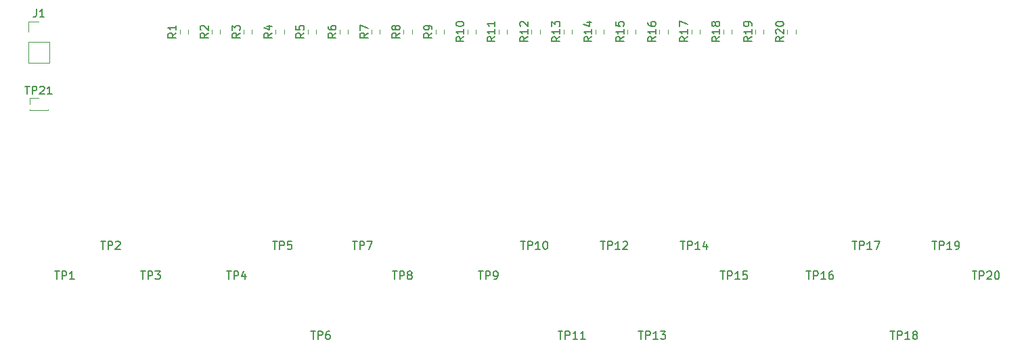
<source format=gbr>
%TF.GenerationSoftware,KiCad,Pcbnew,(6.0.10)*%
%TF.CreationDate,2023-01-16T00:42:17+03:00*%
%TF.ProjectId,stylo,7374796c-6f2e-46b6-9963-61645f706362,rev?*%
%TF.SameCoordinates,Original*%
%TF.FileFunction,Legend,Top*%
%TF.FilePolarity,Positive*%
%FSLAX46Y46*%
G04 Gerber Fmt 4.6, Leading zero omitted, Abs format (unit mm)*
G04 Created by KiCad (PCBNEW (6.0.10)) date 2023-01-16 00:42:17*
%MOMM*%
%LPD*%
G01*
G04 APERTURE LIST*
%ADD10C,0.150000*%
%ADD11C,0.120000*%
G04 APERTURE END LIST*
D10*
%TO.C,TP6*%
X127009154Y-116952380D02*
X127580582Y-116952380D01*
X127294868Y-117952380D02*
X127294868Y-116952380D01*
X127913916Y-117952380D02*
X127913916Y-116952380D01*
X128294868Y-116952380D01*
X128390106Y-117000000D01*
X128437725Y-117047619D01*
X128485344Y-117142857D01*
X128485344Y-117285714D01*
X128437725Y-117380952D01*
X128390106Y-117428571D01*
X128294868Y-117476190D01*
X127913916Y-117476190D01*
X129342487Y-116952380D02*
X129152011Y-116952380D01*
X129056773Y-117000000D01*
X129009154Y-117047619D01*
X128913916Y-117190476D01*
X128866297Y-117380952D01*
X128866297Y-117761904D01*
X128913916Y-117857142D01*
X128961535Y-117904761D01*
X129056773Y-117952380D01*
X129247249Y-117952380D01*
X129342487Y-117904761D01*
X129390106Y-117857142D01*
X129437725Y-117761904D01*
X129437725Y-117523809D01*
X129390106Y-117428571D01*
X129342487Y-117380952D01*
X129247249Y-117333333D01*
X129056773Y-117333333D01*
X128961535Y-117380952D01*
X128913916Y-117428571D01*
X128866297Y-117523809D01*
%TO.C,TP1*%
X94988095Y-109452380D02*
X95559523Y-109452380D01*
X95273809Y-110452380D02*
X95273809Y-109452380D01*
X95892857Y-110452380D02*
X95892857Y-109452380D01*
X96273809Y-109452380D01*
X96369047Y-109500000D01*
X96416666Y-109547619D01*
X96464285Y-109642857D01*
X96464285Y-109785714D01*
X96416666Y-109880952D01*
X96369047Y-109928571D01*
X96273809Y-109976190D01*
X95892857Y-109976190D01*
X97416666Y-110452380D02*
X96845238Y-110452380D01*
X97130952Y-110452380D02*
X97130952Y-109452380D01*
X97035714Y-109595238D01*
X96940476Y-109690476D01*
X96845238Y-109738095D01*
%TO.C,TP3*%
X105738095Y-109452380D02*
X106309523Y-109452380D01*
X106023809Y-110452380D02*
X106023809Y-109452380D01*
X106642857Y-110452380D02*
X106642857Y-109452380D01*
X107023809Y-109452380D01*
X107119047Y-109500000D01*
X107166666Y-109547619D01*
X107214285Y-109642857D01*
X107214285Y-109785714D01*
X107166666Y-109880952D01*
X107119047Y-109928571D01*
X107023809Y-109976190D01*
X106642857Y-109976190D01*
X107547619Y-109452380D02*
X108166666Y-109452380D01*
X107833333Y-109833333D01*
X107976190Y-109833333D01*
X108071428Y-109880952D01*
X108119047Y-109928571D01*
X108166666Y-110023809D01*
X108166666Y-110261904D01*
X108119047Y-110357142D01*
X108071428Y-110404761D01*
X107976190Y-110452380D01*
X107690476Y-110452380D01*
X107595238Y-110404761D01*
X107547619Y-110357142D01*
%TO.C,TP4*%
X116488095Y-109452380D02*
X117059523Y-109452380D01*
X116773809Y-110452380D02*
X116773809Y-109452380D01*
X117392857Y-110452380D02*
X117392857Y-109452380D01*
X117773809Y-109452380D01*
X117869047Y-109500000D01*
X117916666Y-109547619D01*
X117964285Y-109642857D01*
X117964285Y-109785714D01*
X117916666Y-109880952D01*
X117869047Y-109928571D01*
X117773809Y-109976190D01*
X117392857Y-109976190D01*
X118821428Y-109785714D02*
X118821428Y-110452380D01*
X118583333Y-109404761D02*
X118345238Y-110119047D01*
X118964285Y-110119047D01*
%TO.C,TP7*%
X132238095Y-105702380D02*
X132809523Y-105702380D01*
X132523809Y-106702380D02*
X132523809Y-105702380D01*
X133142857Y-106702380D02*
X133142857Y-105702380D01*
X133523809Y-105702380D01*
X133619047Y-105750000D01*
X133666666Y-105797619D01*
X133714285Y-105892857D01*
X133714285Y-106035714D01*
X133666666Y-106130952D01*
X133619047Y-106178571D01*
X133523809Y-106226190D01*
X133142857Y-106226190D01*
X134047619Y-105702380D02*
X134714285Y-105702380D01*
X134285714Y-106702380D01*
%TO.C,TP18*%
X199511904Y-116952380D02*
X200083333Y-116952380D01*
X199797619Y-117952380D02*
X199797619Y-116952380D01*
X200416666Y-117952380D02*
X200416666Y-116952380D01*
X200797619Y-116952380D01*
X200892857Y-117000000D01*
X200940476Y-117047619D01*
X200988095Y-117142857D01*
X200988095Y-117285714D01*
X200940476Y-117380952D01*
X200892857Y-117428571D01*
X200797619Y-117476190D01*
X200416666Y-117476190D01*
X201940476Y-117952380D02*
X201369047Y-117952380D01*
X201654761Y-117952380D02*
X201654761Y-116952380D01*
X201559523Y-117095238D01*
X201464285Y-117190476D01*
X201369047Y-117238095D01*
X202511904Y-117380952D02*
X202416666Y-117333333D01*
X202369047Y-117285714D01*
X202321428Y-117190476D01*
X202321428Y-117142857D01*
X202369047Y-117047619D01*
X202416666Y-117000000D01*
X202511904Y-116952380D01*
X202702380Y-116952380D01*
X202797619Y-117000000D01*
X202845238Y-117047619D01*
X202892857Y-117142857D01*
X202892857Y-117190476D01*
X202845238Y-117285714D01*
X202797619Y-117333333D01*
X202702380Y-117380952D01*
X202511904Y-117380952D01*
X202416666Y-117428571D01*
X202369047Y-117476190D01*
X202321428Y-117571428D01*
X202321428Y-117761904D01*
X202369047Y-117857142D01*
X202416666Y-117904761D01*
X202511904Y-117952380D01*
X202702380Y-117952380D01*
X202797619Y-117904761D01*
X202845238Y-117857142D01*
X202892857Y-117761904D01*
X202892857Y-117571428D01*
X202845238Y-117476190D01*
X202797619Y-117428571D01*
X202702380Y-117380952D01*
%TO.C,TP13*%
X168011904Y-116952380D02*
X168583333Y-116952380D01*
X168297619Y-117952380D02*
X168297619Y-116952380D01*
X168916666Y-117952380D02*
X168916666Y-116952380D01*
X169297619Y-116952380D01*
X169392857Y-117000000D01*
X169440476Y-117047619D01*
X169488095Y-117142857D01*
X169488095Y-117285714D01*
X169440476Y-117380952D01*
X169392857Y-117428571D01*
X169297619Y-117476190D01*
X168916666Y-117476190D01*
X170440476Y-117952380D02*
X169869047Y-117952380D01*
X170154761Y-117952380D02*
X170154761Y-116952380D01*
X170059523Y-117095238D01*
X169964285Y-117190476D01*
X169869047Y-117238095D01*
X170773809Y-116952380D02*
X171392857Y-116952380D01*
X171059523Y-117333333D01*
X171202380Y-117333333D01*
X171297619Y-117380952D01*
X171345238Y-117428571D01*
X171392857Y-117523809D01*
X171392857Y-117761904D01*
X171345238Y-117857142D01*
X171297619Y-117904761D01*
X171202380Y-117952380D01*
X170916666Y-117952380D01*
X170821428Y-117904761D01*
X170773809Y-117857142D01*
%TO.C,TP11*%
X157959368Y-116948800D02*
X158530797Y-116948800D01*
X158245083Y-117948800D02*
X158245083Y-116948800D01*
X158864130Y-117948800D02*
X158864130Y-116948800D01*
X159245083Y-116948800D01*
X159340321Y-116996420D01*
X159387940Y-117044039D01*
X159435559Y-117139277D01*
X159435559Y-117282134D01*
X159387940Y-117377372D01*
X159340321Y-117424991D01*
X159245083Y-117472610D01*
X158864130Y-117472610D01*
X160387940Y-117948800D02*
X159816511Y-117948800D01*
X160102225Y-117948800D02*
X160102225Y-116948800D01*
X160006987Y-117091658D01*
X159911749Y-117186896D01*
X159816511Y-117234515D01*
X161340321Y-117948800D02*
X160768892Y-117948800D01*
X161054606Y-117948800D02*
X161054606Y-116948800D01*
X160959368Y-117091658D01*
X160864130Y-117186896D01*
X160768892Y-117234515D01*
%TO.C,TP20*%
X209761904Y-109452380D02*
X210333333Y-109452380D01*
X210047619Y-110452380D02*
X210047619Y-109452380D01*
X210666666Y-110452380D02*
X210666666Y-109452380D01*
X211047619Y-109452380D01*
X211142857Y-109500000D01*
X211190476Y-109547619D01*
X211238095Y-109642857D01*
X211238095Y-109785714D01*
X211190476Y-109880952D01*
X211142857Y-109928571D01*
X211047619Y-109976190D01*
X210666666Y-109976190D01*
X211619047Y-109547619D02*
X211666666Y-109500000D01*
X211761904Y-109452380D01*
X212000000Y-109452380D01*
X212095238Y-109500000D01*
X212142857Y-109547619D01*
X212190476Y-109642857D01*
X212190476Y-109738095D01*
X212142857Y-109880952D01*
X211571428Y-110452380D01*
X212190476Y-110452380D01*
X212809523Y-109452380D02*
X212904761Y-109452380D01*
X213000000Y-109500000D01*
X213047619Y-109547619D01*
X213095238Y-109642857D01*
X213142857Y-109833333D01*
X213142857Y-110071428D01*
X213095238Y-110261904D01*
X213047619Y-110357142D01*
X213000000Y-110404761D01*
X212904761Y-110452380D01*
X212809523Y-110452380D01*
X212714285Y-110404761D01*
X212666666Y-110357142D01*
X212619047Y-110261904D01*
X212571428Y-110071428D01*
X212571428Y-109833333D01*
X212619047Y-109642857D01*
X212666666Y-109547619D01*
X212714285Y-109500000D01*
X212809523Y-109452380D01*
%TO.C,TP15*%
X178261904Y-109452380D02*
X178833333Y-109452380D01*
X178547619Y-110452380D02*
X178547619Y-109452380D01*
X179166666Y-110452380D02*
X179166666Y-109452380D01*
X179547619Y-109452380D01*
X179642857Y-109500000D01*
X179690476Y-109547619D01*
X179738095Y-109642857D01*
X179738095Y-109785714D01*
X179690476Y-109880952D01*
X179642857Y-109928571D01*
X179547619Y-109976190D01*
X179166666Y-109976190D01*
X180690476Y-110452380D02*
X180119047Y-110452380D01*
X180404761Y-110452380D02*
X180404761Y-109452380D01*
X180309523Y-109595238D01*
X180214285Y-109690476D01*
X180119047Y-109738095D01*
X181595238Y-109452380D02*
X181119047Y-109452380D01*
X181071428Y-109928571D01*
X181119047Y-109880952D01*
X181214285Y-109833333D01*
X181452380Y-109833333D01*
X181547619Y-109880952D01*
X181595238Y-109928571D01*
X181642857Y-110023809D01*
X181642857Y-110261904D01*
X181595238Y-110357142D01*
X181547619Y-110404761D01*
X181452380Y-110452380D01*
X181214285Y-110452380D01*
X181119047Y-110404761D01*
X181071428Y-110357142D01*
%TO.C,TP8*%
X137238095Y-109452380D02*
X137809523Y-109452380D01*
X137523809Y-110452380D02*
X137523809Y-109452380D01*
X138142857Y-110452380D02*
X138142857Y-109452380D01*
X138523809Y-109452380D01*
X138619047Y-109500000D01*
X138666666Y-109547619D01*
X138714285Y-109642857D01*
X138714285Y-109785714D01*
X138666666Y-109880952D01*
X138619047Y-109928571D01*
X138523809Y-109976190D01*
X138142857Y-109976190D01*
X139285714Y-109880952D02*
X139190476Y-109833333D01*
X139142857Y-109785714D01*
X139095238Y-109690476D01*
X139095238Y-109642857D01*
X139142857Y-109547619D01*
X139190476Y-109500000D01*
X139285714Y-109452380D01*
X139476190Y-109452380D01*
X139571428Y-109500000D01*
X139619047Y-109547619D01*
X139666666Y-109642857D01*
X139666666Y-109690476D01*
X139619047Y-109785714D01*
X139571428Y-109833333D01*
X139476190Y-109880952D01*
X139285714Y-109880952D01*
X139190476Y-109928571D01*
X139142857Y-109976190D01*
X139095238Y-110071428D01*
X139095238Y-110261904D01*
X139142857Y-110357142D01*
X139190476Y-110404761D01*
X139285714Y-110452380D01*
X139476190Y-110452380D01*
X139571428Y-110404761D01*
X139619047Y-110357142D01*
X139666666Y-110261904D01*
X139666666Y-110071428D01*
X139619047Y-109976190D01*
X139571428Y-109928571D01*
X139476190Y-109880952D01*
%TO.C,TP19*%
X204761904Y-105702380D02*
X205333333Y-105702380D01*
X205047619Y-106702380D02*
X205047619Y-105702380D01*
X205666666Y-106702380D02*
X205666666Y-105702380D01*
X206047619Y-105702380D01*
X206142857Y-105750000D01*
X206190476Y-105797619D01*
X206238095Y-105892857D01*
X206238095Y-106035714D01*
X206190476Y-106130952D01*
X206142857Y-106178571D01*
X206047619Y-106226190D01*
X205666666Y-106226190D01*
X207190476Y-106702380D02*
X206619047Y-106702380D01*
X206904761Y-106702380D02*
X206904761Y-105702380D01*
X206809523Y-105845238D01*
X206714285Y-105940476D01*
X206619047Y-105988095D01*
X207666666Y-106702380D02*
X207857142Y-106702380D01*
X207952380Y-106654761D01*
X208000000Y-106607142D01*
X208095238Y-106464285D01*
X208142857Y-106273809D01*
X208142857Y-105892857D01*
X208095238Y-105797619D01*
X208047619Y-105750000D01*
X207952380Y-105702380D01*
X207761904Y-105702380D01*
X207666666Y-105750000D01*
X207619047Y-105797619D01*
X207571428Y-105892857D01*
X207571428Y-106130952D01*
X207619047Y-106226190D01*
X207666666Y-106273809D01*
X207761904Y-106321428D01*
X207952380Y-106321428D01*
X208047619Y-106273809D01*
X208095238Y-106226190D01*
X208142857Y-106130952D01*
%TO.C,TP17*%
X194761904Y-105702380D02*
X195333333Y-105702380D01*
X195047619Y-106702380D02*
X195047619Y-105702380D01*
X195666666Y-106702380D02*
X195666666Y-105702380D01*
X196047619Y-105702380D01*
X196142857Y-105750000D01*
X196190476Y-105797619D01*
X196238095Y-105892857D01*
X196238095Y-106035714D01*
X196190476Y-106130952D01*
X196142857Y-106178571D01*
X196047619Y-106226190D01*
X195666666Y-106226190D01*
X197190476Y-106702380D02*
X196619047Y-106702380D01*
X196904761Y-106702380D02*
X196904761Y-105702380D01*
X196809523Y-105845238D01*
X196714285Y-105940476D01*
X196619047Y-105988095D01*
X197523809Y-105702380D02*
X198190476Y-105702380D01*
X197761904Y-106702380D01*
%TO.C,TP14*%
X173261904Y-105702380D02*
X173833333Y-105702380D01*
X173547619Y-106702380D02*
X173547619Y-105702380D01*
X174166666Y-106702380D02*
X174166666Y-105702380D01*
X174547619Y-105702380D01*
X174642857Y-105750000D01*
X174690476Y-105797619D01*
X174738095Y-105892857D01*
X174738095Y-106035714D01*
X174690476Y-106130952D01*
X174642857Y-106178571D01*
X174547619Y-106226190D01*
X174166666Y-106226190D01*
X175690476Y-106702380D02*
X175119047Y-106702380D01*
X175404761Y-106702380D02*
X175404761Y-105702380D01*
X175309523Y-105845238D01*
X175214285Y-105940476D01*
X175119047Y-105988095D01*
X176547619Y-106035714D02*
X176547619Y-106702380D01*
X176309523Y-105654761D02*
X176071428Y-106369047D01*
X176690476Y-106369047D01*
%TO.C,TP12*%
X163261904Y-105702380D02*
X163833333Y-105702380D01*
X163547619Y-106702380D02*
X163547619Y-105702380D01*
X164166666Y-106702380D02*
X164166666Y-105702380D01*
X164547619Y-105702380D01*
X164642857Y-105750000D01*
X164690476Y-105797619D01*
X164738095Y-105892857D01*
X164738095Y-106035714D01*
X164690476Y-106130952D01*
X164642857Y-106178571D01*
X164547619Y-106226190D01*
X164166666Y-106226190D01*
X165690476Y-106702380D02*
X165119047Y-106702380D01*
X165404761Y-106702380D02*
X165404761Y-105702380D01*
X165309523Y-105845238D01*
X165214285Y-105940476D01*
X165119047Y-105988095D01*
X166071428Y-105797619D02*
X166119047Y-105750000D01*
X166214285Y-105702380D01*
X166452380Y-105702380D01*
X166547619Y-105750000D01*
X166595238Y-105797619D01*
X166642857Y-105892857D01*
X166642857Y-105988095D01*
X166595238Y-106130952D01*
X166023809Y-106702380D01*
X166642857Y-106702380D01*
%TO.C,TP10*%
X153261904Y-105702380D02*
X153833333Y-105702380D01*
X153547619Y-106702380D02*
X153547619Y-105702380D01*
X154166666Y-106702380D02*
X154166666Y-105702380D01*
X154547619Y-105702380D01*
X154642857Y-105750000D01*
X154690476Y-105797619D01*
X154738095Y-105892857D01*
X154738095Y-106035714D01*
X154690476Y-106130952D01*
X154642857Y-106178571D01*
X154547619Y-106226190D01*
X154166666Y-106226190D01*
X155690476Y-106702380D02*
X155119047Y-106702380D01*
X155404761Y-106702380D02*
X155404761Y-105702380D01*
X155309523Y-105845238D01*
X155214285Y-105940476D01*
X155119047Y-105988095D01*
X156309523Y-105702380D02*
X156404761Y-105702380D01*
X156500000Y-105750000D01*
X156547619Y-105797619D01*
X156595238Y-105892857D01*
X156642857Y-106083333D01*
X156642857Y-106321428D01*
X156595238Y-106511904D01*
X156547619Y-106607142D01*
X156500000Y-106654761D01*
X156404761Y-106702380D01*
X156309523Y-106702380D01*
X156214285Y-106654761D01*
X156166666Y-106607142D01*
X156119047Y-106511904D01*
X156071428Y-106321428D01*
X156071428Y-106083333D01*
X156119047Y-105892857D01*
X156166666Y-105797619D01*
X156214285Y-105750000D01*
X156309523Y-105702380D01*
%TO.C,TP5*%
X122238095Y-105702380D02*
X122809523Y-105702380D01*
X122523809Y-106702380D02*
X122523809Y-105702380D01*
X123142857Y-106702380D02*
X123142857Y-105702380D01*
X123523809Y-105702380D01*
X123619047Y-105750000D01*
X123666666Y-105797619D01*
X123714285Y-105892857D01*
X123714285Y-106035714D01*
X123666666Y-106130952D01*
X123619047Y-106178571D01*
X123523809Y-106226190D01*
X123142857Y-106226190D01*
X124619047Y-105702380D02*
X124142857Y-105702380D01*
X124095238Y-106178571D01*
X124142857Y-106130952D01*
X124238095Y-106083333D01*
X124476190Y-106083333D01*
X124571428Y-106130952D01*
X124619047Y-106178571D01*
X124666666Y-106273809D01*
X124666666Y-106511904D01*
X124619047Y-106607142D01*
X124571428Y-106654761D01*
X124476190Y-106702380D01*
X124238095Y-106702380D01*
X124142857Y-106654761D01*
X124095238Y-106607142D01*
%TO.C,TP2*%
X100738095Y-105702380D02*
X101309523Y-105702380D01*
X101023809Y-106702380D02*
X101023809Y-105702380D01*
X101642857Y-106702380D02*
X101642857Y-105702380D01*
X102023809Y-105702380D01*
X102119047Y-105750000D01*
X102166666Y-105797619D01*
X102214285Y-105892857D01*
X102214285Y-106035714D01*
X102166666Y-106130952D01*
X102119047Y-106178571D01*
X102023809Y-106226190D01*
X101642857Y-106226190D01*
X102595238Y-105797619D02*
X102642857Y-105750000D01*
X102738095Y-105702380D01*
X102976190Y-105702380D01*
X103071428Y-105750000D01*
X103119047Y-105797619D01*
X103166666Y-105892857D01*
X103166666Y-105988095D01*
X103119047Y-106130952D01*
X102547619Y-106702380D01*
X103166666Y-106702380D01*
%TO.C,TP16*%
X189011904Y-109452380D02*
X189583333Y-109452380D01*
X189297619Y-110452380D02*
X189297619Y-109452380D01*
X189916666Y-110452380D02*
X189916666Y-109452380D01*
X190297619Y-109452380D01*
X190392857Y-109500000D01*
X190440476Y-109547619D01*
X190488095Y-109642857D01*
X190488095Y-109785714D01*
X190440476Y-109880952D01*
X190392857Y-109928571D01*
X190297619Y-109976190D01*
X189916666Y-109976190D01*
X191440476Y-110452380D02*
X190869047Y-110452380D01*
X191154761Y-110452380D02*
X191154761Y-109452380D01*
X191059523Y-109595238D01*
X190964285Y-109690476D01*
X190869047Y-109738095D01*
X192297619Y-109452380D02*
X192107142Y-109452380D01*
X192011904Y-109500000D01*
X191964285Y-109547619D01*
X191869047Y-109690476D01*
X191821428Y-109880952D01*
X191821428Y-110261904D01*
X191869047Y-110357142D01*
X191916666Y-110404761D01*
X192011904Y-110452380D01*
X192202380Y-110452380D01*
X192297619Y-110404761D01*
X192345238Y-110357142D01*
X192392857Y-110261904D01*
X192392857Y-110023809D01*
X192345238Y-109928571D01*
X192297619Y-109880952D01*
X192202380Y-109833333D01*
X192011904Y-109833333D01*
X191916666Y-109880952D01*
X191869047Y-109928571D01*
X191821428Y-110023809D01*
%TO.C,TP9*%
X147988095Y-109452380D02*
X148559523Y-109452380D01*
X148273809Y-110452380D02*
X148273809Y-109452380D01*
X148892857Y-110452380D02*
X148892857Y-109452380D01*
X149273809Y-109452380D01*
X149369047Y-109500000D01*
X149416666Y-109547619D01*
X149464285Y-109642857D01*
X149464285Y-109785714D01*
X149416666Y-109880952D01*
X149369047Y-109928571D01*
X149273809Y-109976190D01*
X148892857Y-109976190D01*
X149940476Y-110452380D02*
X150130952Y-110452380D01*
X150226190Y-110404761D01*
X150273809Y-110357142D01*
X150369047Y-110214285D01*
X150416666Y-110023809D01*
X150416666Y-109642857D01*
X150369047Y-109547619D01*
X150321428Y-109500000D01*
X150226190Y-109452380D01*
X150035714Y-109452380D01*
X149940476Y-109500000D01*
X149892857Y-109547619D01*
X149845238Y-109642857D01*
X149845238Y-109880952D01*
X149892857Y-109976190D01*
X149940476Y-110023809D01*
X150035714Y-110071428D01*
X150226190Y-110071428D01*
X150321428Y-110023809D01*
X150369047Y-109976190D01*
X150416666Y-109880952D01*
%TO.C,TP21*%
X91261904Y-86257380D02*
X91833333Y-86257380D01*
X91547619Y-87257380D02*
X91547619Y-86257380D01*
X92166666Y-87257380D02*
X92166666Y-86257380D01*
X92547619Y-86257380D01*
X92642857Y-86305000D01*
X92690476Y-86352619D01*
X92738095Y-86447857D01*
X92738095Y-86590714D01*
X92690476Y-86685952D01*
X92642857Y-86733571D01*
X92547619Y-86781190D01*
X92166666Y-86781190D01*
X93119047Y-86352619D02*
X93166666Y-86305000D01*
X93261904Y-86257380D01*
X93500000Y-86257380D01*
X93595238Y-86305000D01*
X93642857Y-86352619D01*
X93690476Y-86447857D01*
X93690476Y-86543095D01*
X93642857Y-86685952D01*
X93071428Y-87257380D01*
X93690476Y-87257380D01*
X94642857Y-87257380D02*
X94071428Y-87257380D01*
X94357142Y-87257380D02*
X94357142Y-86257380D01*
X94261904Y-86400238D01*
X94166666Y-86495476D01*
X94071428Y-86543095D01*
%TO.C,R20*%
X186172380Y-80067857D02*
X185696190Y-80401190D01*
X186172380Y-80639285D02*
X185172380Y-80639285D01*
X185172380Y-80258333D01*
X185220000Y-80163095D01*
X185267619Y-80115476D01*
X185362857Y-80067857D01*
X185505714Y-80067857D01*
X185600952Y-80115476D01*
X185648571Y-80163095D01*
X185696190Y-80258333D01*
X185696190Y-80639285D01*
X185267619Y-79686904D02*
X185220000Y-79639285D01*
X185172380Y-79544047D01*
X185172380Y-79305952D01*
X185220000Y-79210714D01*
X185267619Y-79163095D01*
X185362857Y-79115476D01*
X185458095Y-79115476D01*
X185600952Y-79163095D01*
X186172380Y-79734523D01*
X186172380Y-79115476D01*
X185172380Y-78496428D02*
X185172380Y-78401190D01*
X185220000Y-78305952D01*
X185267619Y-78258333D01*
X185362857Y-78210714D01*
X185553333Y-78163095D01*
X185791428Y-78163095D01*
X185981904Y-78210714D01*
X186077142Y-78258333D01*
X186124761Y-78305952D01*
X186172380Y-78401190D01*
X186172380Y-78496428D01*
X186124761Y-78591666D01*
X186077142Y-78639285D01*
X185981904Y-78686904D01*
X185791428Y-78734523D01*
X185553333Y-78734523D01*
X185362857Y-78686904D01*
X185267619Y-78639285D01*
X185220000Y-78591666D01*
X185172380Y-78496428D01*
%TO.C,R19*%
X182172380Y-80067857D02*
X181696190Y-80401190D01*
X182172380Y-80639285D02*
X181172380Y-80639285D01*
X181172380Y-80258333D01*
X181220000Y-80163095D01*
X181267619Y-80115476D01*
X181362857Y-80067857D01*
X181505714Y-80067857D01*
X181600952Y-80115476D01*
X181648571Y-80163095D01*
X181696190Y-80258333D01*
X181696190Y-80639285D01*
X182172380Y-79115476D02*
X182172380Y-79686904D01*
X182172380Y-79401190D02*
X181172380Y-79401190D01*
X181315238Y-79496428D01*
X181410476Y-79591666D01*
X181458095Y-79686904D01*
X182172380Y-78639285D02*
X182172380Y-78448809D01*
X182124761Y-78353571D01*
X182077142Y-78305952D01*
X181934285Y-78210714D01*
X181743809Y-78163095D01*
X181362857Y-78163095D01*
X181267619Y-78210714D01*
X181220000Y-78258333D01*
X181172380Y-78353571D01*
X181172380Y-78544047D01*
X181220000Y-78639285D01*
X181267619Y-78686904D01*
X181362857Y-78734523D01*
X181600952Y-78734523D01*
X181696190Y-78686904D01*
X181743809Y-78639285D01*
X181791428Y-78544047D01*
X181791428Y-78353571D01*
X181743809Y-78258333D01*
X181696190Y-78210714D01*
X181600952Y-78163095D01*
%TO.C,R18*%
X178172380Y-80067857D02*
X177696190Y-80401190D01*
X178172380Y-80639285D02*
X177172380Y-80639285D01*
X177172380Y-80258333D01*
X177220000Y-80163095D01*
X177267619Y-80115476D01*
X177362857Y-80067857D01*
X177505714Y-80067857D01*
X177600952Y-80115476D01*
X177648571Y-80163095D01*
X177696190Y-80258333D01*
X177696190Y-80639285D01*
X178172380Y-79115476D02*
X178172380Y-79686904D01*
X178172380Y-79401190D02*
X177172380Y-79401190D01*
X177315238Y-79496428D01*
X177410476Y-79591666D01*
X177458095Y-79686904D01*
X177600952Y-78544047D02*
X177553333Y-78639285D01*
X177505714Y-78686904D01*
X177410476Y-78734523D01*
X177362857Y-78734523D01*
X177267619Y-78686904D01*
X177220000Y-78639285D01*
X177172380Y-78544047D01*
X177172380Y-78353571D01*
X177220000Y-78258333D01*
X177267619Y-78210714D01*
X177362857Y-78163095D01*
X177410476Y-78163095D01*
X177505714Y-78210714D01*
X177553333Y-78258333D01*
X177600952Y-78353571D01*
X177600952Y-78544047D01*
X177648571Y-78639285D01*
X177696190Y-78686904D01*
X177791428Y-78734523D01*
X177981904Y-78734523D01*
X178077142Y-78686904D01*
X178124761Y-78639285D01*
X178172380Y-78544047D01*
X178172380Y-78353571D01*
X178124761Y-78258333D01*
X178077142Y-78210714D01*
X177981904Y-78163095D01*
X177791428Y-78163095D01*
X177696190Y-78210714D01*
X177648571Y-78258333D01*
X177600952Y-78353571D01*
%TO.C,R17*%
X174172380Y-80067857D02*
X173696190Y-80401190D01*
X174172380Y-80639285D02*
X173172380Y-80639285D01*
X173172380Y-80258333D01*
X173220000Y-80163095D01*
X173267619Y-80115476D01*
X173362857Y-80067857D01*
X173505714Y-80067857D01*
X173600952Y-80115476D01*
X173648571Y-80163095D01*
X173696190Y-80258333D01*
X173696190Y-80639285D01*
X174172380Y-79115476D02*
X174172380Y-79686904D01*
X174172380Y-79401190D02*
X173172380Y-79401190D01*
X173315238Y-79496428D01*
X173410476Y-79591666D01*
X173458095Y-79686904D01*
X173172380Y-78782142D02*
X173172380Y-78115476D01*
X174172380Y-78544047D01*
%TO.C,R16*%
X170172380Y-80067857D02*
X169696190Y-80401190D01*
X170172380Y-80639285D02*
X169172380Y-80639285D01*
X169172380Y-80258333D01*
X169220000Y-80163095D01*
X169267619Y-80115476D01*
X169362857Y-80067857D01*
X169505714Y-80067857D01*
X169600952Y-80115476D01*
X169648571Y-80163095D01*
X169696190Y-80258333D01*
X169696190Y-80639285D01*
X170172380Y-79115476D02*
X170172380Y-79686904D01*
X170172380Y-79401190D02*
X169172380Y-79401190D01*
X169315238Y-79496428D01*
X169410476Y-79591666D01*
X169458095Y-79686904D01*
X169172380Y-78258333D02*
X169172380Y-78448809D01*
X169220000Y-78544047D01*
X169267619Y-78591666D01*
X169410476Y-78686904D01*
X169600952Y-78734523D01*
X169981904Y-78734523D01*
X170077142Y-78686904D01*
X170124761Y-78639285D01*
X170172380Y-78544047D01*
X170172380Y-78353571D01*
X170124761Y-78258333D01*
X170077142Y-78210714D01*
X169981904Y-78163095D01*
X169743809Y-78163095D01*
X169648571Y-78210714D01*
X169600952Y-78258333D01*
X169553333Y-78353571D01*
X169553333Y-78544047D01*
X169600952Y-78639285D01*
X169648571Y-78686904D01*
X169743809Y-78734523D01*
%TO.C,R15*%
X166172380Y-80067857D02*
X165696190Y-80401190D01*
X166172380Y-80639285D02*
X165172380Y-80639285D01*
X165172380Y-80258333D01*
X165220000Y-80163095D01*
X165267619Y-80115476D01*
X165362857Y-80067857D01*
X165505714Y-80067857D01*
X165600952Y-80115476D01*
X165648571Y-80163095D01*
X165696190Y-80258333D01*
X165696190Y-80639285D01*
X166172380Y-79115476D02*
X166172380Y-79686904D01*
X166172380Y-79401190D02*
X165172380Y-79401190D01*
X165315238Y-79496428D01*
X165410476Y-79591666D01*
X165458095Y-79686904D01*
X165172380Y-78210714D02*
X165172380Y-78686904D01*
X165648571Y-78734523D01*
X165600952Y-78686904D01*
X165553333Y-78591666D01*
X165553333Y-78353571D01*
X165600952Y-78258333D01*
X165648571Y-78210714D01*
X165743809Y-78163095D01*
X165981904Y-78163095D01*
X166077142Y-78210714D01*
X166124761Y-78258333D01*
X166172380Y-78353571D01*
X166172380Y-78591666D01*
X166124761Y-78686904D01*
X166077142Y-78734523D01*
%TO.C,R14*%
X162172380Y-80067857D02*
X161696190Y-80401190D01*
X162172380Y-80639285D02*
X161172380Y-80639285D01*
X161172380Y-80258333D01*
X161220000Y-80163095D01*
X161267619Y-80115476D01*
X161362857Y-80067857D01*
X161505714Y-80067857D01*
X161600952Y-80115476D01*
X161648571Y-80163095D01*
X161696190Y-80258333D01*
X161696190Y-80639285D01*
X162172380Y-79115476D02*
X162172380Y-79686904D01*
X162172380Y-79401190D02*
X161172380Y-79401190D01*
X161315238Y-79496428D01*
X161410476Y-79591666D01*
X161458095Y-79686904D01*
X161505714Y-78258333D02*
X162172380Y-78258333D01*
X161124761Y-78496428D02*
X161839047Y-78734523D01*
X161839047Y-78115476D01*
%TO.C,R13*%
X158172380Y-80067857D02*
X157696190Y-80401190D01*
X158172380Y-80639285D02*
X157172380Y-80639285D01*
X157172380Y-80258333D01*
X157220000Y-80163095D01*
X157267619Y-80115476D01*
X157362857Y-80067857D01*
X157505714Y-80067857D01*
X157600952Y-80115476D01*
X157648571Y-80163095D01*
X157696190Y-80258333D01*
X157696190Y-80639285D01*
X158172380Y-79115476D02*
X158172380Y-79686904D01*
X158172380Y-79401190D02*
X157172380Y-79401190D01*
X157315238Y-79496428D01*
X157410476Y-79591666D01*
X157458095Y-79686904D01*
X157172380Y-78782142D02*
X157172380Y-78163095D01*
X157553333Y-78496428D01*
X157553333Y-78353571D01*
X157600952Y-78258333D01*
X157648571Y-78210714D01*
X157743809Y-78163095D01*
X157981904Y-78163095D01*
X158077142Y-78210714D01*
X158124761Y-78258333D01*
X158172380Y-78353571D01*
X158172380Y-78639285D01*
X158124761Y-78734523D01*
X158077142Y-78782142D01*
%TO.C,R12*%
X154172380Y-80067857D02*
X153696190Y-80401190D01*
X154172380Y-80639285D02*
X153172380Y-80639285D01*
X153172380Y-80258333D01*
X153220000Y-80163095D01*
X153267619Y-80115476D01*
X153362857Y-80067857D01*
X153505714Y-80067857D01*
X153600952Y-80115476D01*
X153648571Y-80163095D01*
X153696190Y-80258333D01*
X153696190Y-80639285D01*
X154172380Y-79115476D02*
X154172380Y-79686904D01*
X154172380Y-79401190D02*
X153172380Y-79401190D01*
X153315238Y-79496428D01*
X153410476Y-79591666D01*
X153458095Y-79686904D01*
X153267619Y-78734523D02*
X153220000Y-78686904D01*
X153172380Y-78591666D01*
X153172380Y-78353571D01*
X153220000Y-78258333D01*
X153267619Y-78210714D01*
X153362857Y-78163095D01*
X153458095Y-78163095D01*
X153600952Y-78210714D01*
X154172380Y-78782142D01*
X154172380Y-78163095D01*
%TO.C,R11*%
X150062380Y-80067857D02*
X149586190Y-80401190D01*
X150062380Y-80639285D02*
X149062380Y-80639285D01*
X149062380Y-80258333D01*
X149110000Y-80163095D01*
X149157619Y-80115476D01*
X149252857Y-80067857D01*
X149395714Y-80067857D01*
X149490952Y-80115476D01*
X149538571Y-80163095D01*
X149586190Y-80258333D01*
X149586190Y-80639285D01*
X150062380Y-79115476D02*
X150062380Y-79686904D01*
X150062380Y-79401190D02*
X149062380Y-79401190D01*
X149205238Y-79496428D01*
X149300476Y-79591666D01*
X149348095Y-79686904D01*
X150062380Y-78163095D02*
X150062380Y-78734523D01*
X150062380Y-78448809D02*
X149062380Y-78448809D01*
X149205238Y-78544047D01*
X149300476Y-78639285D01*
X149348095Y-78734523D01*
%TO.C,R10*%
X146172380Y-80067857D02*
X145696190Y-80401190D01*
X146172380Y-80639285D02*
X145172380Y-80639285D01*
X145172380Y-80258333D01*
X145220000Y-80163095D01*
X145267619Y-80115476D01*
X145362857Y-80067857D01*
X145505714Y-80067857D01*
X145600952Y-80115476D01*
X145648571Y-80163095D01*
X145696190Y-80258333D01*
X145696190Y-80639285D01*
X146172380Y-79115476D02*
X146172380Y-79686904D01*
X146172380Y-79401190D02*
X145172380Y-79401190D01*
X145315238Y-79496428D01*
X145410476Y-79591666D01*
X145458095Y-79686904D01*
X145172380Y-78496428D02*
X145172380Y-78401190D01*
X145220000Y-78305952D01*
X145267619Y-78258333D01*
X145362857Y-78210714D01*
X145553333Y-78163095D01*
X145791428Y-78163095D01*
X145981904Y-78210714D01*
X146077142Y-78258333D01*
X146124761Y-78305952D01*
X146172380Y-78401190D01*
X146172380Y-78496428D01*
X146124761Y-78591666D01*
X146077142Y-78639285D01*
X145981904Y-78686904D01*
X145791428Y-78734523D01*
X145553333Y-78734523D01*
X145362857Y-78686904D01*
X145267619Y-78639285D01*
X145220000Y-78591666D01*
X145172380Y-78496428D01*
%TO.C,R9*%
X142172380Y-79591666D02*
X141696190Y-79925000D01*
X142172380Y-80163095D02*
X141172380Y-80163095D01*
X141172380Y-79782142D01*
X141220000Y-79686904D01*
X141267619Y-79639285D01*
X141362857Y-79591666D01*
X141505714Y-79591666D01*
X141600952Y-79639285D01*
X141648571Y-79686904D01*
X141696190Y-79782142D01*
X141696190Y-80163095D01*
X142172380Y-79115476D02*
X142172380Y-78925000D01*
X142124761Y-78829761D01*
X142077142Y-78782142D01*
X141934285Y-78686904D01*
X141743809Y-78639285D01*
X141362857Y-78639285D01*
X141267619Y-78686904D01*
X141220000Y-78734523D01*
X141172380Y-78829761D01*
X141172380Y-79020238D01*
X141220000Y-79115476D01*
X141267619Y-79163095D01*
X141362857Y-79210714D01*
X141600952Y-79210714D01*
X141696190Y-79163095D01*
X141743809Y-79115476D01*
X141791428Y-79020238D01*
X141791428Y-78829761D01*
X141743809Y-78734523D01*
X141696190Y-78686904D01*
X141600952Y-78639285D01*
%TO.C,R8*%
X138172380Y-79591666D02*
X137696190Y-79925000D01*
X138172380Y-80163095D02*
X137172380Y-80163095D01*
X137172380Y-79782142D01*
X137220000Y-79686904D01*
X137267619Y-79639285D01*
X137362857Y-79591666D01*
X137505714Y-79591666D01*
X137600952Y-79639285D01*
X137648571Y-79686904D01*
X137696190Y-79782142D01*
X137696190Y-80163095D01*
X137600952Y-79020238D02*
X137553333Y-79115476D01*
X137505714Y-79163095D01*
X137410476Y-79210714D01*
X137362857Y-79210714D01*
X137267619Y-79163095D01*
X137220000Y-79115476D01*
X137172380Y-79020238D01*
X137172380Y-78829761D01*
X137220000Y-78734523D01*
X137267619Y-78686904D01*
X137362857Y-78639285D01*
X137410476Y-78639285D01*
X137505714Y-78686904D01*
X137553333Y-78734523D01*
X137600952Y-78829761D01*
X137600952Y-79020238D01*
X137648571Y-79115476D01*
X137696190Y-79163095D01*
X137791428Y-79210714D01*
X137981904Y-79210714D01*
X138077142Y-79163095D01*
X138124761Y-79115476D01*
X138172380Y-79020238D01*
X138172380Y-78829761D01*
X138124761Y-78734523D01*
X138077142Y-78686904D01*
X137981904Y-78639285D01*
X137791428Y-78639285D01*
X137696190Y-78686904D01*
X137648571Y-78734523D01*
X137600952Y-78829761D01*
%TO.C,R7*%
X134172380Y-79591666D02*
X133696190Y-79925000D01*
X134172380Y-80163095D02*
X133172380Y-80163095D01*
X133172380Y-79782142D01*
X133220000Y-79686904D01*
X133267619Y-79639285D01*
X133362857Y-79591666D01*
X133505714Y-79591666D01*
X133600952Y-79639285D01*
X133648571Y-79686904D01*
X133696190Y-79782142D01*
X133696190Y-80163095D01*
X133172380Y-79258333D02*
X133172380Y-78591666D01*
X134172380Y-79020238D01*
%TO.C,R6*%
X130172380Y-79591666D02*
X129696190Y-79925000D01*
X130172380Y-80163095D02*
X129172380Y-80163095D01*
X129172380Y-79782142D01*
X129220000Y-79686904D01*
X129267619Y-79639285D01*
X129362857Y-79591666D01*
X129505714Y-79591666D01*
X129600952Y-79639285D01*
X129648571Y-79686904D01*
X129696190Y-79782142D01*
X129696190Y-80163095D01*
X129172380Y-78734523D02*
X129172380Y-78925000D01*
X129220000Y-79020238D01*
X129267619Y-79067857D01*
X129410476Y-79163095D01*
X129600952Y-79210714D01*
X129981904Y-79210714D01*
X130077142Y-79163095D01*
X130124761Y-79115476D01*
X130172380Y-79020238D01*
X130172380Y-78829761D01*
X130124761Y-78734523D01*
X130077142Y-78686904D01*
X129981904Y-78639285D01*
X129743809Y-78639285D01*
X129648571Y-78686904D01*
X129600952Y-78734523D01*
X129553333Y-78829761D01*
X129553333Y-79020238D01*
X129600952Y-79115476D01*
X129648571Y-79163095D01*
X129743809Y-79210714D01*
%TO.C,R5*%
X126172380Y-79591666D02*
X125696190Y-79925000D01*
X126172380Y-80163095D02*
X125172380Y-80163095D01*
X125172380Y-79782142D01*
X125220000Y-79686904D01*
X125267619Y-79639285D01*
X125362857Y-79591666D01*
X125505714Y-79591666D01*
X125600952Y-79639285D01*
X125648571Y-79686904D01*
X125696190Y-79782142D01*
X125696190Y-80163095D01*
X125172380Y-78686904D02*
X125172380Y-79163095D01*
X125648571Y-79210714D01*
X125600952Y-79163095D01*
X125553333Y-79067857D01*
X125553333Y-78829761D01*
X125600952Y-78734523D01*
X125648571Y-78686904D01*
X125743809Y-78639285D01*
X125981904Y-78639285D01*
X126077142Y-78686904D01*
X126124761Y-78734523D01*
X126172380Y-78829761D01*
X126172380Y-79067857D01*
X126124761Y-79163095D01*
X126077142Y-79210714D01*
%TO.C,R4*%
X122172380Y-79591666D02*
X121696190Y-79925000D01*
X122172380Y-80163095D02*
X121172380Y-80163095D01*
X121172380Y-79782142D01*
X121220000Y-79686904D01*
X121267619Y-79639285D01*
X121362857Y-79591666D01*
X121505714Y-79591666D01*
X121600952Y-79639285D01*
X121648571Y-79686904D01*
X121696190Y-79782142D01*
X121696190Y-80163095D01*
X121505714Y-78734523D02*
X122172380Y-78734523D01*
X121124761Y-78972619D02*
X121839047Y-79210714D01*
X121839047Y-78591666D01*
%TO.C,R3*%
X118172380Y-79591666D02*
X117696190Y-79925000D01*
X118172380Y-80163095D02*
X117172380Y-80163095D01*
X117172380Y-79782142D01*
X117220000Y-79686904D01*
X117267619Y-79639285D01*
X117362857Y-79591666D01*
X117505714Y-79591666D01*
X117600952Y-79639285D01*
X117648571Y-79686904D01*
X117696190Y-79782142D01*
X117696190Y-80163095D01*
X117172380Y-79258333D02*
X117172380Y-78639285D01*
X117553333Y-78972619D01*
X117553333Y-78829761D01*
X117600952Y-78734523D01*
X117648571Y-78686904D01*
X117743809Y-78639285D01*
X117981904Y-78639285D01*
X118077142Y-78686904D01*
X118124761Y-78734523D01*
X118172380Y-78829761D01*
X118172380Y-79115476D01*
X118124761Y-79210714D01*
X118077142Y-79258333D01*
%TO.C,R2*%
X114172380Y-79591666D02*
X113696190Y-79925000D01*
X114172380Y-80163095D02*
X113172380Y-80163095D01*
X113172380Y-79782142D01*
X113220000Y-79686904D01*
X113267619Y-79639285D01*
X113362857Y-79591666D01*
X113505714Y-79591666D01*
X113600952Y-79639285D01*
X113648571Y-79686904D01*
X113696190Y-79782142D01*
X113696190Y-80163095D01*
X113267619Y-79210714D02*
X113220000Y-79163095D01*
X113172380Y-79067857D01*
X113172380Y-78829761D01*
X113220000Y-78734523D01*
X113267619Y-78686904D01*
X113362857Y-78639285D01*
X113458095Y-78639285D01*
X113600952Y-78686904D01*
X114172380Y-79258333D01*
X114172380Y-78639285D01*
%TO.C,R1*%
X110172380Y-79591666D02*
X109696190Y-79925000D01*
X110172380Y-80163095D02*
X109172380Y-80163095D01*
X109172380Y-79782142D01*
X109220000Y-79686904D01*
X109267619Y-79639285D01*
X109362857Y-79591666D01*
X109505714Y-79591666D01*
X109600952Y-79639285D01*
X109648571Y-79686904D01*
X109696190Y-79782142D01*
X109696190Y-80163095D01*
X110172380Y-78639285D02*
X110172380Y-79210714D01*
X110172380Y-78925000D02*
X109172380Y-78925000D01*
X109315238Y-79020238D01*
X109410476Y-79115476D01*
X109458095Y-79210714D01*
%TO.C,J1*%
X92666666Y-76597380D02*
X92666666Y-77311666D01*
X92619047Y-77454523D01*
X92523809Y-77549761D01*
X92380952Y-77597380D01*
X92285714Y-77597380D01*
X93666666Y-77597380D02*
X93095238Y-77597380D01*
X93380952Y-77597380D02*
X93380952Y-76597380D01*
X93285714Y-76740238D01*
X93190476Y-76835476D01*
X93095238Y-76883095D01*
D11*
%TO.C,TP21*%
X91890000Y-89260000D02*
X91890000Y-89195000D01*
X93563471Y-89260000D02*
X94110000Y-89260000D01*
X91890000Y-88500000D02*
X91890000Y-87740000D01*
X91890000Y-89260000D02*
X92436529Y-89260000D01*
X94110000Y-89260000D02*
X94110000Y-89195000D01*
X91890000Y-89260000D02*
X94110000Y-89260000D01*
X91890000Y-87740000D02*
X93000000Y-87740000D01*
%TO.C,R20*%
X187672500Y-79662258D02*
X187672500Y-79187742D01*
X186627500Y-79662258D02*
X186627500Y-79187742D01*
%TO.C,R19*%
X183672500Y-79662258D02*
X183672500Y-79187742D01*
X182627500Y-79662258D02*
X182627500Y-79187742D01*
%TO.C,R18*%
X179672500Y-79662258D02*
X179672500Y-79187742D01*
X178627500Y-79662258D02*
X178627500Y-79187742D01*
%TO.C,R17*%
X175672500Y-79662258D02*
X175672500Y-79187742D01*
X174627500Y-79662258D02*
X174627500Y-79187742D01*
%TO.C,R16*%
X171672500Y-79662258D02*
X171672500Y-79187742D01*
X170627500Y-79662258D02*
X170627500Y-79187742D01*
%TO.C,R15*%
X167672500Y-79662258D02*
X167672500Y-79187742D01*
X166627500Y-79662258D02*
X166627500Y-79187742D01*
%TO.C,R14*%
X163672500Y-79662258D02*
X163672500Y-79187742D01*
X162627500Y-79662258D02*
X162627500Y-79187742D01*
%TO.C,R13*%
X159672500Y-79662258D02*
X159672500Y-79187742D01*
X158627500Y-79662258D02*
X158627500Y-79187742D01*
%TO.C,R12*%
X155672500Y-79662258D02*
X155672500Y-79187742D01*
X154627500Y-79662258D02*
X154627500Y-79187742D01*
%TO.C,R11*%
X151562500Y-79662258D02*
X151562500Y-79187742D01*
X150517500Y-79662258D02*
X150517500Y-79187742D01*
%TO.C,R10*%
X147672500Y-79662258D02*
X147672500Y-79187742D01*
X146627500Y-79662258D02*
X146627500Y-79187742D01*
%TO.C,R9*%
X143672500Y-79662258D02*
X143672500Y-79187742D01*
X142627500Y-79662258D02*
X142627500Y-79187742D01*
%TO.C,R8*%
X139672500Y-79662258D02*
X139672500Y-79187742D01*
X138627500Y-79662258D02*
X138627500Y-79187742D01*
%TO.C,R7*%
X135672500Y-79662258D02*
X135672500Y-79187742D01*
X134627500Y-79662258D02*
X134627500Y-79187742D01*
%TO.C,R6*%
X131672500Y-79662258D02*
X131672500Y-79187742D01*
X130627500Y-79662258D02*
X130627500Y-79187742D01*
%TO.C,R5*%
X127672500Y-79662258D02*
X127672500Y-79187742D01*
X126627500Y-79662258D02*
X126627500Y-79187742D01*
%TO.C,R4*%
X123672500Y-79662258D02*
X123672500Y-79187742D01*
X122627500Y-79662258D02*
X122627500Y-79187742D01*
%TO.C,R3*%
X119672500Y-79662258D02*
X119672500Y-79187742D01*
X118627500Y-79662258D02*
X118627500Y-79187742D01*
%TO.C,R2*%
X115672500Y-79662258D02*
X115672500Y-79187742D01*
X114627500Y-79662258D02*
X114627500Y-79187742D01*
%TO.C,R1*%
X111672500Y-79662258D02*
X111672500Y-79187742D01*
X110627500Y-79662258D02*
X110627500Y-79187742D01*
%TO.C,J1*%
X91670000Y-79475000D02*
X91670000Y-78145000D01*
X91670000Y-83345000D02*
X94330000Y-83345000D01*
X91670000Y-80745000D02*
X91670000Y-83345000D01*
X91670000Y-80745000D02*
X94330000Y-80745000D01*
X91670000Y-78145000D02*
X93000000Y-78145000D01*
X94330000Y-80745000D02*
X94330000Y-83345000D01*
%TD*%
M02*

</source>
